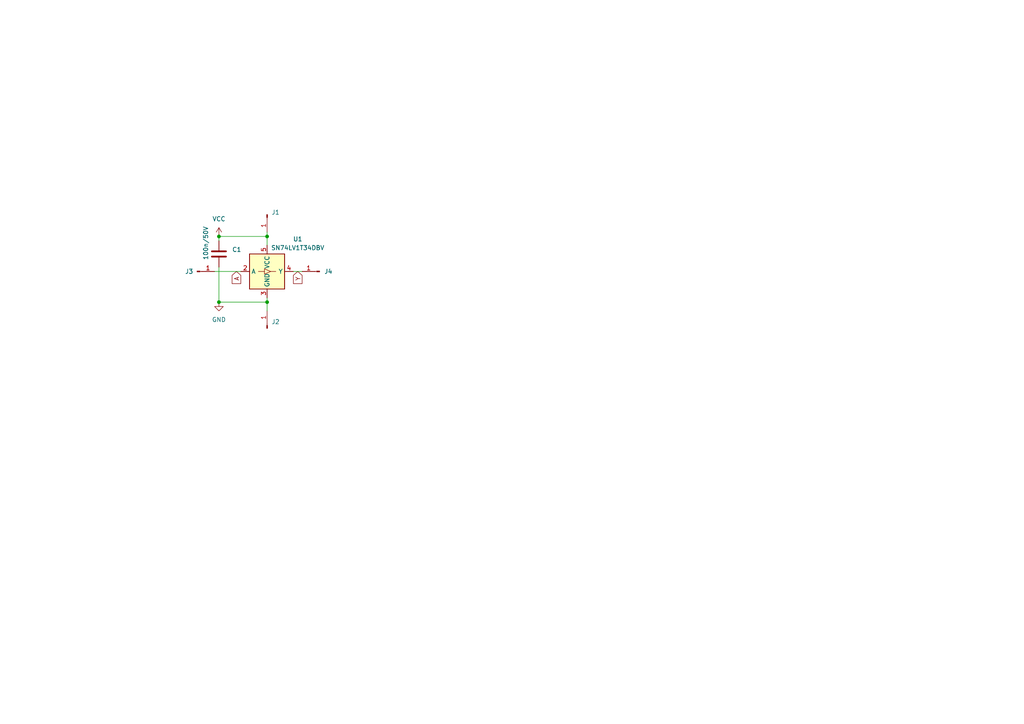
<source format=kicad_sch>
(kicad_sch (version 20231120) (generator "eeschema") (generator_version "8.0")
  (paper "A4")
  (lib_symbols
    (symbol "Connector:Conn_01x01_Pin" (pin_names (offset 1.016) hide)
      (property "Reference" "J" (at 0 2.54 0))
      (property "Value" "Conn_01x01_Pin" (at 0 -2.54 0))
      (symbol "Conn_01x01_Pin_1_1"
        (polyline (pts (xy 1.27 0) (xy 0.8636 0)) (stroke (width 0.1524)))
        (rectangle (start 0.8636 0.127) (end 0 -0.127) (stroke (width 0.1524)) (fill (type outline)))
        (pin passive line (at 5.08 0 180) (length 3.81) (name "Pin_1") (number "1"))
      )
    )
    (symbol "Device:C" (pin_numbers hide) (pin_names (offset 0.254))
      (property "Reference" "C" (at 0.635 2.54 0))
      (property "Value" "C" (at 0.635 -2.54 0))
      (symbol "C_0_1"
        (polyline (pts (xy -2.032 -0.762) (xy 2.032 -0.762)) (stroke (width 0.508)))
        (polyline (pts (xy -2.032 0.762) (xy 2.032 0.762)) (stroke (width 0.508)))
      )
      (symbol "C_1_1"
        (pin passive line (at 0 3.81 270) (length 2.794) (name "~") (number "1"))
        (pin passive line (at 0 -3.81 90) (length 2.794) (name "~") (number "2"))
      )
    )
    (symbol "Logic_LevelTranslator:SN74LV1T34DBV"
      (property "Reference" "U" (at 5.08 6.35 0))
      (property "Value" "SN74LV1T34DBV" (at 5.08 3.81 0))
      (symbol "SN74LV1T34DBV_0_1"
        (rectangle (start -5.08 5.08) (end 5.08 -5.08) (stroke (width 0.254)) (fill (type background)))
        (polyline (pts (xy -0.762 0) (xy -2.54 0)))
        (polyline (pts (xy 1.016 0) (xy 2.54 0)))
      )
      (symbol "SN74LV1T34DBV_1_1"
        (polyline (pts (xy -0.762 -0.762) (xy -0.762 0.762) (xy 1.016 0) (xy -0.762 -0.762)))
        (pin no_connect line (at -5.08 2.54 0) (length 2.54) hide (name "NC") (number "1"))
        (pin input line (at -7.62 0 0) (length 2.54) (name "A") (number "2"))
        (pin power_in line (at 0 -7.62 90) (length 2.54) (name "GND") (number "3"))
        (pin output line (at 7.62 0 180) (length 2.54) (name "Y") (number "4"))
        (pin power_in line (at 0 7.62 270) (length 2.54) (name "VCC") (number "5"))
      )
    )
    (symbol "power:GND" (power) (pin_numbers hide) (pin_names (offset 0) hide)
      (property "Value" "GND" (at 0 -3.81 0))
      (symbol "GND_0_1"
        (polyline (pts (xy 0 0) (xy 0 -1.27) (xy 1.27 -1.27) (xy 0 -2.54) (xy -1.27 -1.27) (xy 0 -1.27)))
      )
      (symbol "GND_1_1"
        (pin power_in line (at 0 0 270) (length 0) (name "~") (number "1"))
      )
    )
    (symbol "power:VCC" (power) (pin_numbers hide) (pin_names (offset 0) hide)
      (property "Value" "VCC" (at 0 3.556 0))
      (symbol "VCC_0_1"
        (polyline (pts (xy -0.762 1.27) (xy 0 2.54)))
        (polyline (pts (xy 0 0) (xy 0 2.54)))
        (polyline (pts (xy 0 2.54) (xy 0.762 1.27)))
      )
      (symbol "VCC_1_1"
        (pin power_in line (at 0 0 90) (length 0) (name "~") (number "1"))
      )
    )
  )
  (junction (at 63.5 87.63))
  (junction (at 63.5 68.58))
  (junction (at 77.47 87.63))
  (junction (at 77.47 68.58))
  (wire (pts (xy 87.63 78.74) (xy 85.09 78.74)))
  (wire (pts (xy 63.5 87.63) (xy 77.47 87.63)))
  (wire (pts (xy 63.5 77.47) (xy 63.5 87.63)))
  (wire (pts (xy 62.23 78.74) (xy 69.85 78.74)))
  (wire (pts (xy 63.5 68.58) (xy 77.47 68.58)))
  (wire (pts (xy 77.47 86.36) (xy 77.47 87.63)))
  (wire (pts (xy 77.47 67.31) (xy 77.47 68.58)))
  (wire (pts (xy 77.47 87.63) (xy 77.47 90.17)))
  (wire (pts (xy 63.5 69.85) (xy 63.5 68.58)))
  (wire (pts (xy 77.47 68.58) (xy 77.47 71.12)))
  (global_label "Y" (shape input) (at 86.36 78.74 270) (property "Intersheetrefs" "${INTERSHEET_REFS}" (effects (hide yes))))
  (global_label "A" (shape input) (at 68.58 78.74 270) (property "Intersheetrefs" "${INTERSHEET_REFS}" (effects (hide yes))))
  (symbol (lib_id "Connector:Conn_01x01_Pin") (at 57.15 78.74 0) (unit 1)
    (property "Reference" "J3" (at 54.864 78.74 0))
    (property "Value" "Conn_01x01_Pin" (effects (hide yes)))
    (property "Footprint" "Connector_Wire:SolderWirePad_1x01_SMD_1x2mm" (effects (hide yes)))
    (property "Description" "Generic connector, single row, 01x01, script generated" (effects (hide yes)))
  )
  (symbol (lib_id "Connector:Conn_01x01_Pin") (at 77.47 62.23 270) (unit 1)
    (property "Reference" "J1" (at 78.74 61.5949 90) (effects (justify left)))
    (property "Value" "VCC" (effects (hide yes)))
    (property "Footprint" "Connector_Wire:SolderWirePad_1x01_SMD_1x2mm" (effects (hide yes)))
    (property "Description" "Generic connector, single row, 01x01, script generated" (effects (hide yes)))
  )
  (symbol (lib_id "Logic_LevelTranslator:SN74LV1T34DBV") (at 77.47 78.74 0) (unit 1)
    (property "Reference" "U1" (at 86.36 69.342 0))
    (property "Value" "SN74LV1T34DBV" (at 86.36 71.882 0))
    (property "Footprint" "Package_TO_SOT_SMD:SOT-23-5" (effects (hide yes)))
    (property "Datasheet" "https://www.ti.com/lit/ds/symlink/sn74lv1t34.pdf" (effects (hide yes)))
    (property "Description" "Single Power Supply, Single Buffer GATE, CMOS Logic, Level Shifter, SOT-23-5" (effects (hide yes)))
  )
  (symbol (lib_id "power:VCC") (at 63.5 68.58 0) (unit 1)
    (property "Reference" "#PWR02" (effects (hide yes)))
    (property "Value" "VCC" (at 63.5 63.5 0))
    (property "Description" "Power symbol creates a global label with name \"VCC\"" (effects (hide yes)))
  )
  (symbol (lib_id "Connector:Conn_01x01_Pin") (at 92.71 78.74 180) (unit 1)
    (property "Reference" "J4" (at 95.25 78.74 0))
    (property "Value" "Conn_01x01_Pin" (effects (hide yes)))
    (property "Footprint" "Connector_Wire:SolderWirePad_1x01_SMD_1x2mm" (effects (hide yes)))
    (property "Description" "Generic connector, single row, 01x01, script generated" (effects (hide yes)))
  )
  (symbol (lib_id "Device:C") (at 63.5 73.66 0) (unit 1)
    (property "Reference" "C1" (at 67.31 72.3899 0) (effects (justify left)))
    (property "Value" "100n/50V" (at 59.69 75.438 90) (effects (justify left)))
    (property "Footprint" "Capacitor_SMD:C_0603_1608Metric_Pad1.08x0.95mm_HandSolder" (effects (hide yes)))
    (property "Description" "Unpolarized capacitor" (effects (hide yes)))
  )
  (symbol (lib_id "power:GND") (at 63.5 87.63 0) (unit 1)
    (property "Reference" "#PWR01" (effects (hide yes)))
    (property "Value" "GND" (at 63.5 92.71 0))
    (property "Description" "Power symbol creates a global label with name \"GND\" , ground" (effects (hide yes)))
  )
  (symbol (lib_id "Connector:Conn_01x01_Pin") (at 77.47 95.25 90) (unit 1)
    (property "Reference" "J2" (at 78.74 93.3449 90) (effects (justify right)))
    (property "Value" "GND" (effects (hide yes)))
    (property "Footprint" "Connector_Wire:SolderWirePad_1x01_SMD_1x2mm" (effects (hide yes)))
    (property "Description" "Generic connector, single row, 01x01, script generated" (effects (hide yes)))
  )
)
</source>
